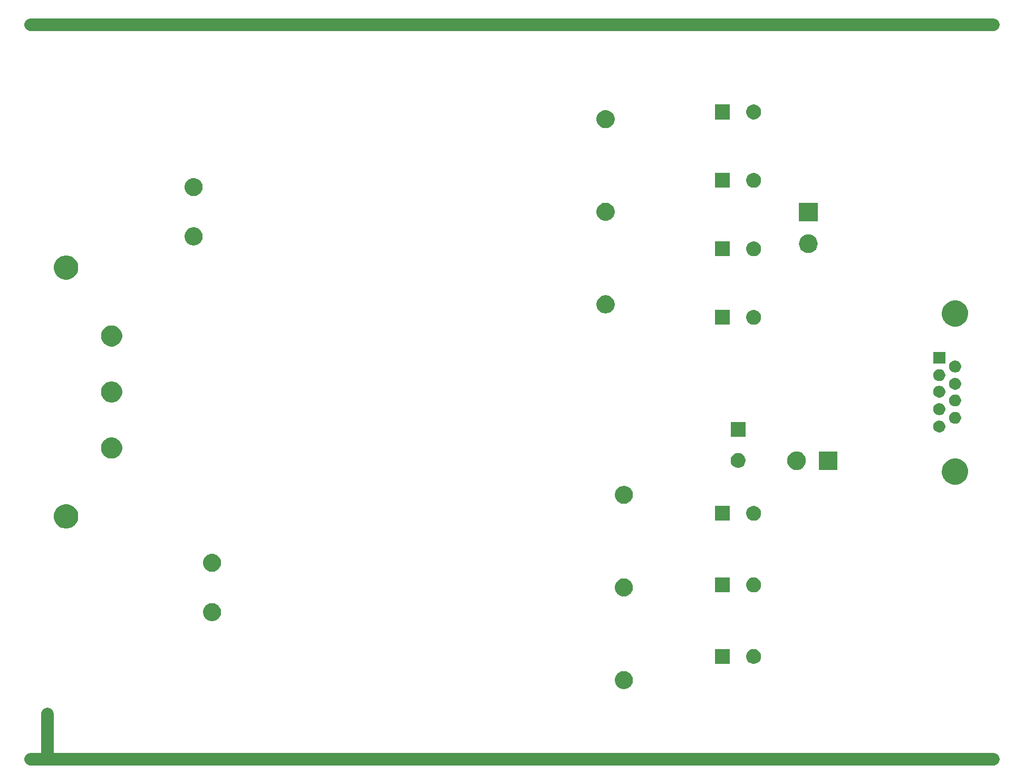
<source format=gbr>
G04 #@! TF.GenerationSoftware,KiCad,Pcbnew,(5.1.0)-1*
G04 #@! TF.CreationDate,2019-09-04T16:49:55-07:00*
G04 #@! TF.ProjectId,pwr supply rev 5,70777220-7375-4707-906c-792072657620,rev?*
G04 #@! TF.SameCoordinates,Original*
G04 #@! TF.FileFunction,Soldermask,Top*
G04 #@! TF.FilePolarity,Negative*
%FSLAX46Y46*%
G04 Gerber Fmt 4.6, Leading zero omitted, Abs format (unit mm)*
G04 Created by KiCad (PCBNEW (5.1.0)-1) date 2019-09-04 16:49:55*
%MOMM*%
%LPD*%
G04 APERTURE LIST*
%ADD10C,2.000000*%
%ADD11C,0.150000*%
G04 APERTURE END LIST*
D10*
X9125000Y-111775000D02*
X9125000Y-118925000D01*
X161000000Y-1000000D02*
X6400000Y-1000000D01*
X161000000Y-119000000D02*
X6400000Y-119000000D01*
D11*
G36*
X101999570Y-104882149D02*
G01*
X102092950Y-104900723D01*
X102356835Y-105010027D01*
X102594321Y-105168711D01*
X102796289Y-105370679D01*
X102954973Y-105608165D01*
X103064277Y-105872050D01*
X103120000Y-106152189D01*
X103120000Y-106437811D01*
X103064277Y-106717950D01*
X102954973Y-106981835D01*
X102796289Y-107219321D01*
X102594321Y-107421289D01*
X102356835Y-107579973D01*
X102092950Y-107689277D01*
X101999570Y-107707851D01*
X101812813Y-107745000D01*
X101527187Y-107745000D01*
X101340430Y-107707851D01*
X101247050Y-107689277D01*
X100983165Y-107579973D01*
X100745679Y-107421289D01*
X100543711Y-107219321D01*
X100385027Y-106981835D01*
X100275723Y-106717950D01*
X100220000Y-106437811D01*
X100220000Y-106152189D01*
X100275723Y-105872050D01*
X100385027Y-105608165D01*
X100543711Y-105370679D01*
X100745679Y-105168711D01*
X100983165Y-105010027D01*
X101247050Y-104900723D01*
X101340430Y-104882149D01*
X101527187Y-104845000D01*
X101812813Y-104845000D01*
X101999570Y-104882149D01*
X101999570Y-104882149D01*
G37*
G36*
X122850027Y-101346116D02*
G01*
X123068415Y-101436575D01*
X123264955Y-101567899D01*
X123432101Y-101735045D01*
X123563425Y-101931585D01*
X123653884Y-102149973D01*
X123700000Y-102381812D01*
X123700000Y-102618188D01*
X123653884Y-102850027D01*
X123563425Y-103068415D01*
X123432101Y-103264955D01*
X123264955Y-103432101D01*
X123068415Y-103563425D01*
X123068414Y-103563426D01*
X123068413Y-103563426D01*
X122850027Y-103653884D01*
X122618190Y-103700000D01*
X122381810Y-103700000D01*
X122149973Y-103653884D01*
X121931587Y-103563426D01*
X121931586Y-103563426D01*
X121931585Y-103563425D01*
X121735045Y-103432101D01*
X121567899Y-103264955D01*
X121436575Y-103068415D01*
X121346116Y-102850027D01*
X121300000Y-102618188D01*
X121300000Y-102381812D01*
X121346116Y-102149973D01*
X121436575Y-101931585D01*
X121567899Y-101735045D01*
X121735045Y-101567899D01*
X121931585Y-101436575D01*
X122149973Y-101346116D01*
X122381810Y-101300000D01*
X122618190Y-101300000D01*
X122850027Y-101346116D01*
X122850027Y-101346116D01*
G37*
G36*
X118700000Y-103700000D02*
G01*
X116300000Y-103700000D01*
X116300000Y-101300000D01*
X118700000Y-101300000D01*
X118700000Y-103700000D01*
X118700000Y-103700000D01*
G37*
G36*
X35859570Y-93962149D02*
G01*
X35952950Y-93980723D01*
X36216835Y-94090027D01*
X36454321Y-94248711D01*
X36656289Y-94450679D01*
X36814973Y-94688165D01*
X36924277Y-94952050D01*
X36980000Y-95232189D01*
X36980000Y-95517811D01*
X36924277Y-95797950D01*
X36814973Y-96061835D01*
X36656289Y-96299321D01*
X36454321Y-96501289D01*
X36216835Y-96659973D01*
X35952950Y-96769277D01*
X35859570Y-96787851D01*
X35672813Y-96825000D01*
X35387187Y-96825000D01*
X35200430Y-96787851D01*
X35107050Y-96769277D01*
X34843165Y-96659973D01*
X34605679Y-96501289D01*
X34403711Y-96299321D01*
X34245027Y-96061835D01*
X34135723Y-95797950D01*
X34080000Y-95517811D01*
X34080000Y-95232189D01*
X34135723Y-94952050D01*
X34245027Y-94688165D01*
X34403711Y-94450679D01*
X34605679Y-94248711D01*
X34843165Y-94090027D01*
X35107050Y-93980723D01*
X35200430Y-93962149D01*
X35387187Y-93925000D01*
X35672813Y-93925000D01*
X35859570Y-93962149D01*
X35859570Y-93962149D01*
G37*
G36*
X101999570Y-90002149D02*
G01*
X102092950Y-90020723D01*
X102356835Y-90130027D01*
X102594321Y-90288711D01*
X102796289Y-90490679D01*
X102954973Y-90728165D01*
X103018614Y-90881810D01*
X103064277Y-90992051D01*
X103120000Y-91272187D01*
X103120000Y-91557813D01*
X103117891Y-91568415D01*
X103064277Y-91837950D01*
X102954973Y-92101835D01*
X102796289Y-92339321D01*
X102594321Y-92541289D01*
X102356835Y-92699973D01*
X102092950Y-92809277D01*
X101999570Y-92827851D01*
X101812813Y-92865000D01*
X101527187Y-92865000D01*
X101340430Y-92827851D01*
X101247050Y-92809277D01*
X100983165Y-92699973D01*
X100745679Y-92541289D01*
X100543711Y-92339321D01*
X100385027Y-92101835D01*
X100275723Y-91837950D01*
X100222109Y-91568415D01*
X100220000Y-91557813D01*
X100220000Y-91272187D01*
X100275723Y-90992051D01*
X100321386Y-90881810D01*
X100385027Y-90728165D01*
X100543711Y-90490679D01*
X100745679Y-90288711D01*
X100983165Y-90130027D01*
X101247050Y-90020723D01*
X101340430Y-90002149D01*
X101527187Y-89965000D01*
X101812813Y-89965000D01*
X101999570Y-90002149D01*
X101999570Y-90002149D01*
G37*
G36*
X118700000Y-92200000D02*
G01*
X116300000Y-92200000D01*
X116300000Y-89800000D01*
X118700000Y-89800000D01*
X118700000Y-92200000D01*
X118700000Y-92200000D01*
G37*
G36*
X122850027Y-89846116D02*
G01*
X123068415Y-89936575D01*
X123264955Y-90067899D01*
X123432101Y-90235045D01*
X123467960Y-90288711D01*
X123563426Y-90431587D01*
X123653884Y-90649973D01*
X123700000Y-90881810D01*
X123700000Y-91118190D01*
X123653884Y-91350027D01*
X123567817Y-91557813D01*
X123563425Y-91568415D01*
X123432101Y-91764955D01*
X123264955Y-91932101D01*
X123068415Y-92063425D01*
X123068414Y-92063426D01*
X123068413Y-92063426D01*
X122850027Y-92153884D01*
X122618190Y-92200000D01*
X122381810Y-92200000D01*
X122149973Y-92153884D01*
X121931587Y-92063426D01*
X121931586Y-92063426D01*
X121931585Y-92063425D01*
X121735045Y-91932101D01*
X121567899Y-91764955D01*
X121436575Y-91568415D01*
X121432184Y-91557813D01*
X121346116Y-91350027D01*
X121300000Y-91118190D01*
X121300000Y-90881810D01*
X121346116Y-90649973D01*
X121436574Y-90431587D01*
X121532041Y-90288711D01*
X121567899Y-90235045D01*
X121735045Y-90067899D01*
X121931585Y-89936575D01*
X122149973Y-89846116D01*
X122381810Y-89800000D01*
X122618190Y-89800000D01*
X122850027Y-89846116D01*
X122850027Y-89846116D01*
G37*
G36*
X35859570Y-86042149D02*
G01*
X35952950Y-86060723D01*
X36216835Y-86170027D01*
X36454321Y-86328711D01*
X36656289Y-86530679D01*
X36814973Y-86768165D01*
X36924277Y-87032050D01*
X36980000Y-87312189D01*
X36980000Y-87597811D01*
X36924277Y-87877950D01*
X36814973Y-88141835D01*
X36656289Y-88379321D01*
X36454321Y-88581289D01*
X36216835Y-88739973D01*
X35952950Y-88849277D01*
X35859570Y-88867851D01*
X35672813Y-88905000D01*
X35387187Y-88905000D01*
X35200430Y-88867851D01*
X35107050Y-88849277D01*
X34843165Y-88739973D01*
X34605679Y-88581289D01*
X34403711Y-88379321D01*
X34245027Y-88141835D01*
X34135723Y-87877950D01*
X34080000Y-87597811D01*
X34080000Y-87312189D01*
X34135723Y-87032050D01*
X34245027Y-86768165D01*
X34403711Y-86530679D01*
X34605679Y-86328711D01*
X34843165Y-86170027D01*
X35107050Y-86060723D01*
X35200430Y-86042149D01*
X35387187Y-86005000D01*
X35672813Y-86005000D01*
X35859570Y-86042149D01*
X35859570Y-86042149D01*
G37*
G36*
X12668794Y-78124938D02*
G01*
X13023674Y-78271933D01*
X13343053Y-78485336D01*
X13614664Y-78756947D01*
X13828067Y-79076326D01*
X13975062Y-79431206D01*
X14050000Y-79807943D01*
X14050000Y-80192057D01*
X13975062Y-80568794D01*
X13828067Y-80923674D01*
X13614664Y-81243053D01*
X13343053Y-81514664D01*
X13023674Y-81728067D01*
X12668794Y-81875062D01*
X12292058Y-81950000D01*
X11907942Y-81950000D01*
X11531206Y-81875062D01*
X11176326Y-81728067D01*
X10856947Y-81514664D01*
X10585336Y-81243053D01*
X10371933Y-80923674D01*
X10224938Y-80568794D01*
X10150000Y-80192057D01*
X10150000Y-79807943D01*
X10224938Y-79431206D01*
X10371933Y-79076326D01*
X10585336Y-78756947D01*
X10856947Y-78485336D01*
X11176326Y-78271933D01*
X11531206Y-78124938D01*
X11907942Y-78050000D01*
X12292058Y-78050000D01*
X12668794Y-78124938D01*
X12668794Y-78124938D01*
G37*
G36*
X122850027Y-78346116D02*
G01*
X123068415Y-78436575D01*
X123264955Y-78567899D01*
X123432101Y-78735045D01*
X123563425Y-78931585D01*
X123653884Y-79149973D01*
X123700000Y-79381812D01*
X123700000Y-79618188D01*
X123653884Y-79850027D01*
X123563425Y-80068415D01*
X123432101Y-80264955D01*
X123264955Y-80432101D01*
X123068415Y-80563425D01*
X123068414Y-80563426D01*
X123068413Y-80563426D01*
X122850027Y-80653884D01*
X122618190Y-80700000D01*
X122381810Y-80700000D01*
X122149973Y-80653884D01*
X121931587Y-80563426D01*
X121931586Y-80563426D01*
X121931585Y-80563425D01*
X121735045Y-80432101D01*
X121567899Y-80264955D01*
X121436575Y-80068415D01*
X121346116Y-79850027D01*
X121300000Y-79618188D01*
X121300000Y-79381812D01*
X121346116Y-79149973D01*
X121436575Y-78931585D01*
X121567899Y-78735045D01*
X121735045Y-78567899D01*
X121931585Y-78436575D01*
X122149973Y-78346116D01*
X122381810Y-78300000D01*
X122618190Y-78300000D01*
X122850027Y-78346116D01*
X122850027Y-78346116D01*
G37*
G36*
X118700000Y-80700000D02*
G01*
X116300000Y-80700000D01*
X116300000Y-78300000D01*
X118700000Y-78300000D01*
X118700000Y-80700000D01*
X118700000Y-80700000D01*
G37*
G36*
X101999570Y-75122149D02*
G01*
X102092950Y-75140723D01*
X102356835Y-75250027D01*
X102594321Y-75408711D01*
X102796289Y-75610679D01*
X102954973Y-75848165D01*
X103064277Y-76112050D01*
X103120000Y-76392189D01*
X103120000Y-76677811D01*
X103064277Y-76957950D01*
X102954973Y-77221835D01*
X102796289Y-77459321D01*
X102594321Y-77661289D01*
X102356835Y-77819973D01*
X102092950Y-77929277D01*
X101999570Y-77947851D01*
X101812813Y-77985000D01*
X101527187Y-77985000D01*
X101340430Y-77947851D01*
X101247050Y-77929277D01*
X100983165Y-77819973D01*
X100745679Y-77661289D01*
X100543711Y-77459321D01*
X100385027Y-77221835D01*
X100275723Y-76957950D01*
X100220000Y-76677811D01*
X100220000Y-76392189D01*
X100275723Y-76112050D01*
X100385027Y-75848165D01*
X100543711Y-75610679D01*
X100745679Y-75408711D01*
X100983165Y-75250027D01*
X101247050Y-75140723D01*
X101340430Y-75122149D01*
X101527187Y-75085000D01*
X101812813Y-75085000D01*
X101999570Y-75122149D01*
X101999570Y-75122149D01*
G37*
G36*
X155454006Y-70765894D02*
G01*
X155837094Y-70924574D01*
X156181859Y-71154939D01*
X156475061Y-71448141D01*
X156705426Y-71792906D01*
X156705427Y-71792909D01*
X156864106Y-72175994D01*
X156915133Y-72432522D01*
X156945000Y-72582677D01*
X156945000Y-72997323D01*
X156864106Y-73404006D01*
X156705426Y-73787094D01*
X156475061Y-74131859D01*
X156181859Y-74425061D01*
X155837094Y-74655426D01*
X155454006Y-74814106D01*
X155047324Y-74895000D01*
X154632676Y-74895000D01*
X154225994Y-74814106D01*
X153842906Y-74655426D01*
X153498141Y-74425061D01*
X153204939Y-74131859D01*
X152974574Y-73787094D01*
X152815894Y-73404006D01*
X152735000Y-72997323D01*
X152735000Y-72582677D01*
X152764868Y-72432522D01*
X152815894Y-72175994D01*
X152974573Y-71792909D01*
X152974574Y-71792906D01*
X153204939Y-71448141D01*
X153498141Y-71154939D01*
X153842906Y-70924574D01*
X154225994Y-70765894D01*
X154632676Y-70685000D01*
X155047324Y-70685000D01*
X155454006Y-70765894D01*
X155454006Y-70765894D01*
G37*
G36*
X135970000Y-72540000D02*
G01*
X132970000Y-72540000D01*
X132970000Y-69540000D01*
X135970000Y-69540000D01*
X135970000Y-72540000D01*
X135970000Y-72540000D01*
G37*
G36*
X129684051Y-69561705D02*
G01*
X129966802Y-69647476D01*
X129966805Y-69647478D01*
X129966806Y-69647478D01*
X130227386Y-69786760D01*
X130455792Y-69974208D01*
X130643240Y-70202614D01*
X130765628Y-70431587D01*
X130782524Y-70463198D01*
X130868295Y-70745949D01*
X130897257Y-71040000D01*
X130868295Y-71334051D01*
X130782524Y-71616802D01*
X130782522Y-71616805D01*
X130782522Y-71616806D01*
X130643240Y-71877386D01*
X130455792Y-72105792D01*
X130227386Y-72293240D01*
X129966806Y-72432522D01*
X129966802Y-72432524D01*
X129684051Y-72518295D01*
X129463680Y-72540000D01*
X129316320Y-72540000D01*
X129095949Y-72518295D01*
X128813198Y-72432524D01*
X128813194Y-72432522D01*
X128552614Y-72293240D01*
X128324208Y-72105792D01*
X128136760Y-71877386D01*
X127997478Y-71616806D01*
X127997478Y-71616805D01*
X127997476Y-71616802D01*
X127911705Y-71334051D01*
X127882743Y-71040000D01*
X127911705Y-70745949D01*
X127997476Y-70463198D01*
X128014372Y-70431587D01*
X128136760Y-70202614D01*
X128324208Y-69974208D01*
X128552614Y-69786760D01*
X128813194Y-69647478D01*
X128813195Y-69647478D01*
X128813198Y-69647476D01*
X129095949Y-69561705D01*
X129316320Y-69540000D01*
X129463680Y-69540000D01*
X129684051Y-69561705D01*
X129684051Y-69561705D01*
G37*
G36*
X120350027Y-69846116D02*
G01*
X120568415Y-69936575D01*
X120764955Y-70067899D01*
X120932101Y-70235045D01*
X121063426Y-70431587D01*
X121147545Y-70634669D01*
X121153884Y-70649973D01*
X121200000Y-70881812D01*
X121200000Y-71118188D01*
X121153884Y-71350027D01*
X121063425Y-71568415D01*
X120932101Y-71764955D01*
X120764955Y-71932101D01*
X120568415Y-72063425D01*
X120568414Y-72063426D01*
X120568413Y-72063426D01*
X120350027Y-72153884D01*
X120118190Y-72200000D01*
X119881810Y-72200000D01*
X119649973Y-72153884D01*
X119431587Y-72063426D01*
X119431586Y-72063426D01*
X119431585Y-72063425D01*
X119235045Y-71932101D01*
X119067899Y-71764955D01*
X118936575Y-71568415D01*
X118846116Y-71350027D01*
X118800000Y-71118188D01*
X118800000Y-70881812D01*
X118846116Y-70649973D01*
X118852455Y-70634669D01*
X118936574Y-70431587D01*
X119067899Y-70235045D01*
X119235045Y-70067899D01*
X119431585Y-69936575D01*
X119649973Y-69846116D01*
X119881810Y-69800000D01*
X120118190Y-69800000D01*
X120350027Y-69846116D01*
X120350027Y-69846116D01*
G37*
G36*
X19895872Y-67365330D02*
G01*
X20205252Y-67493479D01*
X20483687Y-67679523D01*
X20720477Y-67916313D01*
X20906521Y-68194748D01*
X21034670Y-68504128D01*
X21100000Y-68832565D01*
X21100000Y-69167435D01*
X21034670Y-69495872D01*
X20906521Y-69805252D01*
X20720477Y-70083687D01*
X20483687Y-70320477D01*
X20205252Y-70506521D01*
X19895872Y-70634670D01*
X19567435Y-70700000D01*
X19232565Y-70700000D01*
X18904128Y-70634670D01*
X18594748Y-70506521D01*
X18316313Y-70320477D01*
X18079523Y-70083687D01*
X17893479Y-69805252D01*
X17765330Y-69495872D01*
X17700000Y-69167435D01*
X17700000Y-68832565D01*
X17765330Y-68504128D01*
X17893479Y-68194748D01*
X18079523Y-67916313D01*
X18316313Y-67679523D01*
X18594748Y-67493479D01*
X18904128Y-67365330D01*
X19232565Y-67300000D01*
X19567435Y-67300000D01*
X19895872Y-67365330D01*
X19895872Y-67365330D01*
G37*
G36*
X121200000Y-67200000D02*
G01*
X118800000Y-67200000D01*
X118800000Y-64800000D01*
X121200000Y-64800000D01*
X121200000Y-67200000D01*
X121200000Y-67200000D01*
G37*
G36*
X152580022Y-64626892D02*
G01*
X152754731Y-64699259D01*
X152754733Y-64699260D01*
X152911964Y-64804319D01*
X153045681Y-64938036D01*
X153150740Y-65095267D01*
X153223108Y-65269979D01*
X153260000Y-65455448D01*
X153260000Y-65644552D01*
X153223108Y-65830021D01*
X153150740Y-66004733D01*
X153045681Y-66161964D01*
X152911964Y-66295681D01*
X152754733Y-66400740D01*
X152754732Y-66400741D01*
X152754731Y-66400741D01*
X152580022Y-66473108D01*
X152394552Y-66510000D01*
X152205448Y-66510000D01*
X152019978Y-66473108D01*
X151845269Y-66400741D01*
X151845268Y-66400741D01*
X151845267Y-66400740D01*
X151688036Y-66295681D01*
X151554319Y-66161964D01*
X151449260Y-66004733D01*
X151376892Y-65830021D01*
X151340000Y-65644552D01*
X151340000Y-65455448D01*
X151376892Y-65269979D01*
X151449260Y-65095267D01*
X151554319Y-64938036D01*
X151688036Y-64804319D01*
X151845267Y-64699260D01*
X151845269Y-64699259D01*
X152019978Y-64626892D01*
X152205448Y-64590000D01*
X152394552Y-64590000D01*
X152580022Y-64626892D01*
X152580022Y-64626892D01*
G37*
G36*
X155120022Y-63226892D02*
G01*
X155294731Y-63299259D01*
X155294733Y-63299260D01*
X155451964Y-63404319D01*
X155585681Y-63538036D01*
X155690740Y-63695267D01*
X155763108Y-63869979D01*
X155800000Y-64055448D01*
X155800000Y-64244552D01*
X155763108Y-64430021D01*
X155690740Y-64604733D01*
X155585681Y-64761964D01*
X155451964Y-64895681D01*
X155294733Y-65000740D01*
X155294732Y-65000741D01*
X155294731Y-65000741D01*
X155120022Y-65073108D01*
X154934552Y-65110000D01*
X154745448Y-65110000D01*
X154559978Y-65073108D01*
X154385269Y-65000741D01*
X154385268Y-65000741D01*
X154385267Y-65000740D01*
X154228036Y-64895681D01*
X154094319Y-64761964D01*
X153989260Y-64604733D01*
X153916892Y-64430021D01*
X153880000Y-64244552D01*
X153880000Y-64055448D01*
X153916892Y-63869979D01*
X153989260Y-63695267D01*
X154094319Y-63538036D01*
X154228036Y-63404319D01*
X154385267Y-63299260D01*
X154385269Y-63299259D01*
X154559978Y-63226892D01*
X154745448Y-63190000D01*
X154934552Y-63190000D01*
X155120022Y-63226892D01*
X155120022Y-63226892D01*
G37*
G36*
X152580022Y-61836892D02*
G01*
X152754731Y-61909259D01*
X152754733Y-61909260D01*
X152911964Y-62014319D01*
X153045681Y-62148036D01*
X153150740Y-62305267D01*
X153223108Y-62479979D01*
X153260000Y-62665448D01*
X153260000Y-62854552D01*
X153223108Y-63040021D01*
X153150740Y-63214733D01*
X153045681Y-63371964D01*
X152911964Y-63505681D01*
X152754733Y-63610740D01*
X152754732Y-63610741D01*
X152754731Y-63610741D01*
X152580022Y-63683108D01*
X152394552Y-63720000D01*
X152205448Y-63720000D01*
X152019978Y-63683108D01*
X151845269Y-63610741D01*
X151845268Y-63610741D01*
X151845267Y-63610740D01*
X151688036Y-63505681D01*
X151554319Y-63371964D01*
X151449260Y-63214733D01*
X151376892Y-63040021D01*
X151340000Y-62854552D01*
X151340000Y-62665448D01*
X151376892Y-62479979D01*
X151449260Y-62305267D01*
X151554319Y-62148036D01*
X151688036Y-62014319D01*
X151845267Y-61909260D01*
X151845269Y-61909259D01*
X152019978Y-61836892D01*
X152205448Y-61800000D01*
X152394552Y-61800000D01*
X152580022Y-61836892D01*
X152580022Y-61836892D01*
G37*
G36*
X155120022Y-60436892D02*
G01*
X155294731Y-60509259D01*
X155294733Y-60509260D01*
X155451964Y-60614319D01*
X155585681Y-60748036D01*
X155675934Y-60883108D01*
X155690741Y-60905269D01*
X155763108Y-61079978D01*
X155800000Y-61265448D01*
X155800000Y-61454552D01*
X155764173Y-61634670D01*
X155763108Y-61640021D01*
X155690740Y-61814733D01*
X155585681Y-61971964D01*
X155451964Y-62105681D01*
X155294733Y-62210740D01*
X155294732Y-62210741D01*
X155294731Y-62210741D01*
X155120022Y-62283108D01*
X154934552Y-62320000D01*
X154745448Y-62320000D01*
X154559978Y-62283108D01*
X154385269Y-62210741D01*
X154385268Y-62210741D01*
X154385267Y-62210740D01*
X154228036Y-62105681D01*
X154094319Y-61971964D01*
X153989260Y-61814733D01*
X153916892Y-61640021D01*
X153915828Y-61634670D01*
X153880000Y-61454552D01*
X153880000Y-61265448D01*
X153916892Y-61079978D01*
X153989259Y-60905269D01*
X154004067Y-60883108D01*
X154094319Y-60748036D01*
X154228036Y-60614319D01*
X154385267Y-60509260D01*
X154385269Y-60509259D01*
X154559978Y-60436892D01*
X154745448Y-60400000D01*
X154934552Y-60400000D01*
X155120022Y-60436892D01*
X155120022Y-60436892D01*
G37*
G36*
X19895872Y-58365330D02*
G01*
X20205252Y-58493479D01*
X20483687Y-58679523D01*
X20720477Y-58916313D01*
X20906521Y-59194748D01*
X21034670Y-59504128D01*
X21100000Y-59832565D01*
X21100000Y-60167435D01*
X21034670Y-60495872D01*
X20906521Y-60805252D01*
X20720477Y-61083687D01*
X20483687Y-61320477D01*
X20205252Y-61506521D01*
X19895872Y-61634670D01*
X19567435Y-61700000D01*
X19232565Y-61700000D01*
X18904128Y-61634670D01*
X18594748Y-61506521D01*
X18316313Y-61320477D01*
X18079523Y-61083687D01*
X17893479Y-60805252D01*
X17765330Y-60495872D01*
X17700000Y-60167435D01*
X17700000Y-59832565D01*
X17765330Y-59504128D01*
X17893479Y-59194748D01*
X18079523Y-58916313D01*
X18316313Y-58679523D01*
X18594748Y-58493479D01*
X18904128Y-58365330D01*
X19232565Y-58300000D01*
X19567435Y-58300000D01*
X19895872Y-58365330D01*
X19895872Y-58365330D01*
G37*
G36*
X152580022Y-59036892D02*
G01*
X152754731Y-59109259D01*
X152754733Y-59109260D01*
X152882671Y-59194746D01*
X152911964Y-59214319D01*
X153045681Y-59348036D01*
X153150741Y-59505269D01*
X153223108Y-59679978D01*
X153260000Y-59865448D01*
X153260000Y-60054552D01*
X153237547Y-60167434D01*
X153223108Y-60240021D01*
X153150740Y-60414733D01*
X153045681Y-60571964D01*
X152911964Y-60705681D01*
X152754733Y-60810740D01*
X152754732Y-60810741D01*
X152754731Y-60810741D01*
X152580022Y-60883108D01*
X152394552Y-60920000D01*
X152205448Y-60920000D01*
X152019978Y-60883108D01*
X151845269Y-60810741D01*
X151845268Y-60810741D01*
X151845267Y-60810740D01*
X151688036Y-60705681D01*
X151554319Y-60571964D01*
X151449260Y-60414733D01*
X151376892Y-60240021D01*
X151362454Y-60167434D01*
X151340000Y-60054552D01*
X151340000Y-59865448D01*
X151376892Y-59679978D01*
X151449259Y-59505269D01*
X151554319Y-59348036D01*
X151688036Y-59214319D01*
X151717329Y-59194746D01*
X151845267Y-59109260D01*
X151845269Y-59109259D01*
X152019978Y-59036892D01*
X152205448Y-59000000D01*
X152394552Y-59000000D01*
X152580022Y-59036892D01*
X152580022Y-59036892D01*
G37*
G36*
X155120022Y-57766892D02*
G01*
X155294731Y-57839259D01*
X155294733Y-57839260D01*
X155451964Y-57944319D01*
X155585681Y-58078036D01*
X155675934Y-58213108D01*
X155690741Y-58235269D01*
X155763108Y-58409978D01*
X155800000Y-58595448D01*
X155800000Y-58784552D01*
X155763108Y-58970022D01*
X155690741Y-59144731D01*
X155690740Y-59144733D01*
X155585681Y-59301964D01*
X155451964Y-59435681D01*
X155294733Y-59540740D01*
X155294732Y-59540741D01*
X155294731Y-59540741D01*
X155120022Y-59613108D01*
X154934552Y-59650000D01*
X154745448Y-59650000D01*
X154559978Y-59613108D01*
X154385269Y-59540741D01*
X154385268Y-59540741D01*
X154385267Y-59540740D01*
X154228036Y-59435681D01*
X154094319Y-59301964D01*
X153989260Y-59144733D01*
X153989259Y-59144731D01*
X153916892Y-58970022D01*
X153880000Y-58784552D01*
X153880000Y-58595448D01*
X153916892Y-58409978D01*
X153989259Y-58235269D01*
X154004067Y-58213108D01*
X154094319Y-58078036D01*
X154228036Y-57944319D01*
X154385267Y-57839260D01*
X154385269Y-57839259D01*
X154559978Y-57766892D01*
X154745448Y-57730000D01*
X154934552Y-57730000D01*
X155120022Y-57766892D01*
X155120022Y-57766892D01*
G37*
G36*
X152580022Y-56366892D02*
G01*
X152754731Y-56439259D01*
X152754733Y-56439260D01*
X152911964Y-56544319D01*
X153045681Y-56678036D01*
X153150740Y-56835267D01*
X153223108Y-57009979D01*
X153260000Y-57195448D01*
X153260000Y-57384552D01*
X153223108Y-57570021D01*
X153150740Y-57744733D01*
X153045681Y-57901964D01*
X152911964Y-58035681D01*
X152754733Y-58140740D01*
X152754732Y-58140741D01*
X152754731Y-58140741D01*
X152580022Y-58213108D01*
X152394552Y-58250000D01*
X152205448Y-58250000D01*
X152019978Y-58213108D01*
X151845269Y-58140741D01*
X151845268Y-58140741D01*
X151845267Y-58140740D01*
X151688036Y-58035681D01*
X151554319Y-57901964D01*
X151449260Y-57744733D01*
X151376892Y-57570021D01*
X151340000Y-57384552D01*
X151340000Y-57195448D01*
X151376892Y-57009979D01*
X151449260Y-56835267D01*
X151554319Y-56678036D01*
X151688036Y-56544319D01*
X151845267Y-56439260D01*
X151845269Y-56439259D01*
X152019978Y-56366892D01*
X152205448Y-56330000D01*
X152394552Y-56330000D01*
X152580022Y-56366892D01*
X152580022Y-56366892D01*
G37*
G36*
X155120022Y-54976892D02*
G01*
X155294731Y-55049259D01*
X155294733Y-55049260D01*
X155451964Y-55154319D01*
X155585681Y-55288036D01*
X155690740Y-55445267D01*
X155763108Y-55619979D01*
X155800000Y-55805448D01*
X155800000Y-55994552D01*
X155763108Y-56180021D01*
X155690740Y-56354733D01*
X155585681Y-56511964D01*
X155451964Y-56645681D01*
X155294733Y-56750740D01*
X155294732Y-56750741D01*
X155294731Y-56750741D01*
X155120022Y-56823108D01*
X154934552Y-56860000D01*
X154745448Y-56860000D01*
X154559978Y-56823108D01*
X154385269Y-56750741D01*
X154385268Y-56750741D01*
X154385267Y-56750740D01*
X154228036Y-56645681D01*
X154094319Y-56511964D01*
X153989260Y-56354733D01*
X153916892Y-56180021D01*
X153880000Y-55994552D01*
X153880000Y-55805448D01*
X153916892Y-55619979D01*
X153989260Y-55445267D01*
X154094319Y-55288036D01*
X154228036Y-55154319D01*
X154385267Y-55049260D01*
X154385269Y-55049259D01*
X154559978Y-54976892D01*
X154745448Y-54940000D01*
X154934552Y-54940000D01*
X155120022Y-54976892D01*
X155120022Y-54976892D01*
G37*
G36*
X153260000Y-55460000D02*
G01*
X151340000Y-55460000D01*
X151340000Y-53540000D01*
X153260000Y-53540000D01*
X153260000Y-55460000D01*
X153260000Y-55460000D01*
G37*
G36*
X19895872Y-49365330D02*
G01*
X20205252Y-49493479D01*
X20483687Y-49679523D01*
X20720477Y-49916313D01*
X20906521Y-50194748D01*
X21034670Y-50504128D01*
X21100000Y-50832565D01*
X21100000Y-51167435D01*
X21034670Y-51495872D01*
X20906521Y-51805252D01*
X20720477Y-52083687D01*
X20483687Y-52320477D01*
X20205252Y-52506521D01*
X19895872Y-52634670D01*
X19567435Y-52700000D01*
X19232565Y-52700000D01*
X18904128Y-52634670D01*
X18594748Y-52506521D01*
X18316313Y-52320477D01*
X18079523Y-52083687D01*
X17893479Y-51805252D01*
X17765330Y-51495872D01*
X17700000Y-51167435D01*
X17700000Y-50832565D01*
X17765330Y-50504128D01*
X17893479Y-50194748D01*
X18079523Y-49916313D01*
X18316313Y-49679523D01*
X18594748Y-49493479D01*
X18904128Y-49365330D01*
X19232565Y-49300000D01*
X19567435Y-49300000D01*
X19895872Y-49365330D01*
X19895872Y-49365330D01*
G37*
G36*
X155454006Y-45365894D02*
G01*
X155837094Y-45524574D01*
X156181859Y-45754939D01*
X156475061Y-46048141D01*
X156705426Y-46392906D01*
X156705427Y-46392909D01*
X156864106Y-46775994D01*
X156896048Y-46936575D01*
X156945000Y-47182677D01*
X156945000Y-47597323D01*
X156864106Y-48004006D01*
X156705426Y-48387094D01*
X156475061Y-48731859D01*
X156181859Y-49025061D01*
X155837094Y-49255426D01*
X155571762Y-49365330D01*
X155454006Y-49414106D01*
X155047324Y-49495000D01*
X154632676Y-49495000D01*
X154225994Y-49414106D01*
X154108238Y-49365330D01*
X153842906Y-49255426D01*
X153498141Y-49025061D01*
X153204939Y-48731859D01*
X152974574Y-48387094D01*
X152815894Y-48004006D01*
X152735000Y-47597323D01*
X152735000Y-47182677D01*
X152783953Y-46936575D01*
X152815894Y-46775994D01*
X152974573Y-46392909D01*
X152974574Y-46392906D01*
X153204939Y-46048141D01*
X153498141Y-45754939D01*
X153842906Y-45524574D01*
X154225994Y-45365894D01*
X154632676Y-45285000D01*
X155047324Y-45285000D01*
X155454006Y-45365894D01*
X155454006Y-45365894D01*
G37*
G36*
X118700000Y-49200000D02*
G01*
X116300000Y-49200000D01*
X116300000Y-46800000D01*
X118700000Y-46800000D01*
X118700000Y-49200000D01*
X118700000Y-49200000D01*
G37*
G36*
X122841003Y-46844321D02*
G01*
X122850027Y-46846116D01*
X123068415Y-46936575D01*
X123264955Y-47067899D01*
X123432101Y-47235045D01*
X123563425Y-47431585D01*
X123653884Y-47649973D01*
X123700000Y-47881812D01*
X123700000Y-48118188D01*
X123653884Y-48350027D01*
X123563425Y-48568415D01*
X123432101Y-48764955D01*
X123264955Y-48932101D01*
X123068415Y-49063425D01*
X123068414Y-49063426D01*
X123068413Y-49063426D01*
X122850027Y-49153884D01*
X122618190Y-49200000D01*
X122381810Y-49200000D01*
X122149973Y-49153884D01*
X121931587Y-49063426D01*
X121931586Y-49063426D01*
X121931585Y-49063425D01*
X121735045Y-48932101D01*
X121567899Y-48764955D01*
X121436575Y-48568415D01*
X121346116Y-48350027D01*
X121300000Y-48118188D01*
X121300000Y-47881812D01*
X121346116Y-47649973D01*
X121436575Y-47431585D01*
X121567899Y-47235045D01*
X121735045Y-47067899D01*
X121931585Y-46936575D01*
X122149973Y-46846116D01*
X122158997Y-46844321D01*
X122381810Y-46800000D01*
X122618190Y-46800000D01*
X122841003Y-46844321D01*
X122841003Y-46844321D01*
G37*
G36*
X99049570Y-44507149D02*
G01*
X99142950Y-44525723D01*
X99406835Y-44635027D01*
X99644321Y-44793711D01*
X99846289Y-44995679D01*
X100004973Y-45233165D01*
X100114277Y-45497050D01*
X100114277Y-45497051D01*
X100165575Y-45754940D01*
X100170000Y-45777189D01*
X100170000Y-46062811D01*
X100114277Y-46342950D01*
X100004973Y-46606835D01*
X99846289Y-46844321D01*
X99644321Y-47046289D01*
X99406835Y-47204973D01*
X99142950Y-47314277D01*
X99049570Y-47332851D01*
X98862813Y-47370000D01*
X98577187Y-47370000D01*
X98390430Y-47332851D01*
X98297050Y-47314277D01*
X98033165Y-47204973D01*
X97795679Y-47046289D01*
X97593711Y-46844321D01*
X97435027Y-46606835D01*
X97325723Y-46342950D01*
X97270000Y-46062811D01*
X97270000Y-45777189D01*
X97274426Y-45754940D01*
X97325723Y-45497051D01*
X97325723Y-45497050D01*
X97435027Y-45233165D01*
X97593711Y-44995679D01*
X97795679Y-44793711D01*
X98033165Y-44635027D01*
X98297050Y-44525723D01*
X98390430Y-44507149D01*
X98577187Y-44470000D01*
X98862813Y-44470000D01*
X99049570Y-44507149D01*
X99049570Y-44507149D01*
G37*
G36*
X12668794Y-38124938D02*
G01*
X13023674Y-38271933D01*
X13343053Y-38485336D01*
X13614664Y-38756947D01*
X13828067Y-39076326D01*
X13975062Y-39431206D01*
X14050000Y-39807943D01*
X14050000Y-40192057D01*
X13975062Y-40568794D01*
X13828067Y-40923674D01*
X13614664Y-41243053D01*
X13343053Y-41514664D01*
X13023674Y-41728067D01*
X12668794Y-41875062D01*
X12292058Y-41950000D01*
X11907942Y-41950000D01*
X11531206Y-41875062D01*
X11176326Y-41728067D01*
X10856947Y-41514664D01*
X10585336Y-41243053D01*
X10371933Y-40923674D01*
X10224938Y-40568794D01*
X10150000Y-40192057D01*
X10150000Y-39807943D01*
X10224938Y-39431206D01*
X10371933Y-39076326D01*
X10585336Y-38756947D01*
X10856947Y-38485336D01*
X11176326Y-38271933D01*
X11531206Y-38124938D01*
X11907942Y-38050000D01*
X12292058Y-38050000D01*
X12668794Y-38124938D01*
X12668794Y-38124938D01*
G37*
G36*
X118700000Y-38200000D02*
G01*
X116300000Y-38200000D01*
X116300000Y-35800000D01*
X118700000Y-35800000D01*
X118700000Y-38200000D01*
X118700000Y-38200000D01*
G37*
G36*
X122850027Y-35846116D02*
G01*
X122970338Y-35895950D01*
X123068415Y-35936575D01*
X123264955Y-36067899D01*
X123432101Y-36235045D01*
X123563425Y-36431585D01*
X123653884Y-36649973D01*
X123700000Y-36881812D01*
X123700000Y-37118188D01*
X123653884Y-37350027D01*
X123563425Y-37568415D01*
X123432101Y-37764955D01*
X123264955Y-37932101D01*
X123068415Y-38063425D01*
X123068414Y-38063426D01*
X123068413Y-38063426D01*
X122850027Y-38153884D01*
X122618190Y-38200000D01*
X122381810Y-38200000D01*
X122149973Y-38153884D01*
X121931587Y-38063426D01*
X121931586Y-38063426D01*
X121931585Y-38063425D01*
X121735045Y-37932101D01*
X121567899Y-37764955D01*
X121436575Y-37568415D01*
X121346116Y-37350027D01*
X121300000Y-37118188D01*
X121300000Y-36881812D01*
X121346116Y-36649973D01*
X121436575Y-36431585D01*
X121567899Y-36235045D01*
X121735045Y-36067899D01*
X121931585Y-35936575D01*
X122029663Y-35895950D01*
X122149973Y-35846116D01*
X122381810Y-35800000D01*
X122618190Y-35800000D01*
X122850027Y-35846116D01*
X122850027Y-35846116D01*
G37*
G36*
X131574051Y-34711705D02*
G01*
X131856802Y-34797476D01*
X131856805Y-34797478D01*
X131856806Y-34797478D01*
X132117386Y-34936760D01*
X132345792Y-35124208D01*
X132533240Y-35352614D01*
X132672522Y-35613194D01*
X132672524Y-35613198D01*
X132758295Y-35895949D01*
X132787257Y-36190000D01*
X132758295Y-36484051D01*
X132672524Y-36766802D01*
X132672522Y-36766805D01*
X132672522Y-36766806D01*
X132533240Y-37027386D01*
X132345792Y-37255792D01*
X132117386Y-37443240D01*
X131856806Y-37582522D01*
X131856802Y-37582524D01*
X131574051Y-37668295D01*
X131353680Y-37690000D01*
X131206320Y-37690000D01*
X130985949Y-37668295D01*
X130703198Y-37582524D01*
X130703194Y-37582522D01*
X130442614Y-37443240D01*
X130214208Y-37255792D01*
X130026760Y-37027386D01*
X129887478Y-36766806D01*
X129887478Y-36766805D01*
X129887476Y-36766802D01*
X129801705Y-36484051D01*
X129772743Y-36190000D01*
X129801705Y-35895949D01*
X129887476Y-35613198D01*
X129887478Y-35613194D01*
X130026760Y-35352614D01*
X130214208Y-35124208D01*
X130442614Y-34936760D01*
X130703194Y-34797478D01*
X130703195Y-34797478D01*
X130703198Y-34797476D01*
X130985949Y-34711705D01*
X131206320Y-34690000D01*
X131353680Y-34690000D01*
X131574051Y-34711705D01*
X131574051Y-34711705D01*
G37*
G36*
X32909570Y-33587149D02*
G01*
X33002950Y-33605723D01*
X33266835Y-33715027D01*
X33504321Y-33873711D01*
X33706289Y-34075679D01*
X33864973Y-34313165D01*
X33974277Y-34577050D01*
X33974277Y-34577051D01*
X34018123Y-34797476D01*
X34030000Y-34857189D01*
X34030000Y-35142811D01*
X33974277Y-35422950D01*
X33864973Y-35686835D01*
X33706289Y-35924321D01*
X33504321Y-36126289D01*
X33266835Y-36284973D01*
X33002950Y-36394277D01*
X32909570Y-36412851D01*
X32722813Y-36450000D01*
X32437187Y-36450000D01*
X32250430Y-36412851D01*
X32157050Y-36394277D01*
X31893165Y-36284973D01*
X31655679Y-36126289D01*
X31453711Y-35924321D01*
X31295027Y-35686835D01*
X31185723Y-35422950D01*
X31130000Y-35142811D01*
X31130000Y-34857189D01*
X31141878Y-34797476D01*
X31185723Y-34577051D01*
X31185723Y-34577050D01*
X31295027Y-34313165D01*
X31453711Y-34075679D01*
X31655679Y-33873711D01*
X31893165Y-33715027D01*
X32157050Y-33605723D01*
X32250430Y-33587149D01*
X32437187Y-33550000D01*
X32722813Y-33550000D01*
X32909570Y-33587149D01*
X32909570Y-33587149D01*
G37*
G36*
X132780000Y-32610000D02*
G01*
X129780000Y-32610000D01*
X129780000Y-29610000D01*
X132780000Y-29610000D01*
X132780000Y-32610000D01*
X132780000Y-32610000D01*
G37*
G36*
X99049570Y-29627149D02*
G01*
X99142950Y-29645723D01*
X99406835Y-29755027D01*
X99644321Y-29913711D01*
X99846289Y-30115679D01*
X100004973Y-30353165D01*
X100114277Y-30617050D01*
X100170000Y-30897189D01*
X100170000Y-31182811D01*
X100114277Y-31462950D01*
X100004973Y-31726835D01*
X99846289Y-31964321D01*
X99644321Y-32166289D01*
X99406835Y-32324973D01*
X99142950Y-32434277D01*
X99049570Y-32452851D01*
X98862813Y-32490000D01*
X98577187Y-32490000D01*
X98390430Y-32452851D01*
X98297050Y-32434277D01*
X98033165Y-32324973D01*
X97795679Y-32166289D01*
X97593711Y-31964321D01*
X97435027Y-31726835D01*
X97325723Y-31462950D01*
X97270000Y-31182811D01*
X97270000Y-30897189D01*
X97325723Y-30617050D01*
X97435027Y-30353165D01*
X97593711Y-30115679D01*
X97795679Y-29913711D01*
X98033165Y-29755027D01*
X98297050Y-29645723D01*
X98390430Y-29627149D01*
X98577187Y-29590000D01*
X98862813Y-29590000D01*
X99049570Y-29627149D01*
X99049570Y-29627149D01*
G37*
G36*
X32909570Y-25667149D02*
G01*
X33002950Y-25685723D01*
X33266835Y-25795027D01*
X33504321Y-25953711D01*
X33706289Y-26155679D01*
X33864973Y-26393165D01*
X33974277Y-26657050D01*
X34030000Y-26937189D01*
X34030000Y-27222811D01*
X33974277Y-27502950D01*
X33864973Y-27766835D01*
X33706289Y-28004321D01*
X33504321Y-28206289D01*
X33266835Y-28364973D01*
X33002950Y-28474277D01*
X32909570Y-28492851D01*
X32722813Y-28530000D01*
X32437187Y-28530000D01*
X32250430Y-28492851D01*
X32157050Y-28474277D01*
X31893165Y-28364973D01*
X31655679Y-28206289D01*
X31453711Y-28004321D01*
X31295027Y-27766835D01*
X31185723Y-27502950D01*
X31130000Y-27222811D01*
X31130000Y-26937189D01*
X31185723Y-26657050D01*
X31295027Y-26393165D01*
X31453711Y-26155679D01*
X31655679Y-25953711D01*
X31893165Y-25795027D01*
X32157050Y-25685723D01*
X32250430Y-25667149D01*
X32437187Y-25630000D01*
X32722813Y-25630000D01*
X32909570Y-25667149D01*
X32909570Y-25667149D01*
G37*
G36*
X122850027Y-24846116D02*
G01*
X123068415Y-24936575D01*
X123264955Y-25067899D01*
X123432101Y-25235045D01*
X123563426Y-25431587D01*
X123653884Y-25649973D01*
X123682738Y-25795027D01*
X123700000Y-25881812D01*
X123700000Y-26118188D01*
X123653884Y-26350027D01*
X123563425Y-26568415D01*
X123432101Y-26764955D01*
X123264955Y-26932101D01*
X123068415Y-27063425D01*
X123068414Y-27063426D01*
X123068413Y-27063426D01*
X122850027Y-27153884D01*
X122618190Y-27200000D01*
X122381810Y-27200000D01*
X122149973Y-27153884D01*
X121931587Y-27063426D01*
X121931586Y-27063426D01*
X121931585Y-27063425D01*
X121735045Y-26932101D01*
X121567899Y-26764955D01*
X121436575Y-26568415D01*
X121346116Y-26350027D01*
X121300000Y-26118188D01*
X121300000Y-25881812D01*
X121317263Y-25795027D01*
X121346116Y-25649973D01*
X121436574Y-25431587D01*
X121567899Y-25235045D01*
X121735045Y-25067899D01*
X121931585Y-24936575D01*
X122149973Y-24846116D01*
X122381810Y-24800000D01*
X122618190Y-24800000D01*
X122850027Y-24846116D01*
X122850027Y-24846116D01*
G37*
G36*
X118700000Y-27200000D02*
G01*
X116300000Y-27200000D01*
X116300000Y-24800000D01*
X118700000Y-24800000D01*
X118700000Y-27200000D01*
X118700000Y-27200000D01*
G37*
G36*
X99049570Y-14747149D02*
G01*
X99142950Y-14765723D01*
X99406835Y-14875027D01*
X99644321Y-15033711D01*
X99846289Y-15235679D01*
X100004973Y-15473165D01*
X100114277Y-15737050D01*
X100170000Y-16017189D01*
X100170000Y-16302811D01*
X100114277Y-16582950D01*
X100004973Y-16846835D01*
X99846289Y-17084321D01*
X99644321Y-17286289D01*
X99406835Y-17444973D01*
X99142950Y-17554277D01*
X99049570Y-17572851D01*
X98862813Y-17610000D01*
X98577187Y-17610000D01*
X98390430Y-17572851D01*
X98297050Y-17554277D01*
X98033165Y-17444973D01*
X97795679Y-17286289D01*
X97593711Y-17084321D01*
X97435027Y-16846835D01*
X97325723Y-16582950D01*
X97270000Y-16302811D01*
X97270000Y-16017189D01*
X97325723Y-15737050D01*
X97435027Y-15473165D01*
X97593711Y-15235679D01*
X97795679Y-15033711D01*
X98033165Y-14875027D01*
X98297050Y-14765723D01*
X98390430Y-14747149D01*
X98577187Y-14710000D01*
X98862813Y-14710000D01*
X99049570Y-14747149D01*
X99049570Y-14747149D01*
G37*
G36*
X122850027Y-13846116D02*
G01*
X123068415Y-13936575D01*
X123264955Y-14067899D01*
X123432101Y-14235045D01*
X123563426Y-14431587D01*
X123653884Y-14649973D01*
X123700000Y-14881810D01*
X123700000Y-15118190D01*
X123653884Y-15350027D01*
X123563425Y-15568415D01*
X123432101Y-15764955D01*
X123264955Y-15932101D01*
X123068415Y-16063425D01*
X123068414Y-16063426D01*
X123068413Y-16063426D01*
X122850027Y-16153884D01*
X122618190Y-16200000D01*
X122381810Y-16200000D01*
X122149973Y-16153884D01*
X121931587Y-16063426D01*
X121931586Y-16063426D01*
X121931585Y-16063425D01*
X121735045Y-15932101D01*
X121567899Y-15764955D01*
X121436575Y-15568415D01*
X121346116Y-15350027D01*
X121300000Y-15118190D01*
X121300000Y-14881810D01*
X121346116Y-14649973D01*
X121436574Y-14431587D01*
X121567899Y-14235045D01*
X121735045Y-14067899D01*
X121931585Y-13936575D01*
X122149973Y-13846116D01*
X122381810Y-13800000D01*
X122618190Y-13800000D01*
X122850027Y-13846116D01*
X122850027Y-13846116D01*
G37*
G36*
X118700000Y-16200000D02*
G01*
X116300000Y-16200000D01*
X116300000Y-13800000D01*
X118700000Y-13800000D01*
X118700000Y-16200000D01*
X118700000Y-16200000D01*
G37*
M02*

</source>
